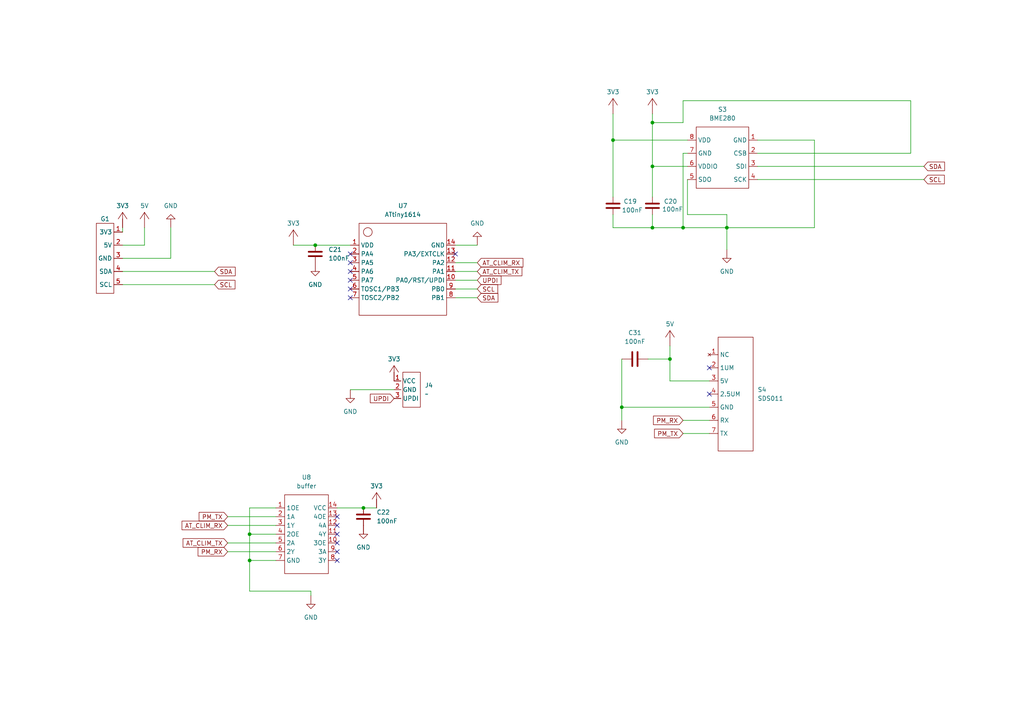
<source format=kicad_sch>
(kicad_sch (version 20250114) (generator "eeschema") (generator_version "9.0")
  (paper "A4")
  (lib_symbols
    (symbol "Device:C" (pin_numbers (hide yes)) (pin_names (offset 0.254))
      (property "Reference" "C" (at 0.635 2.54 0))
      (property "Value" "C" (at 0.635 -2.54 0))
      (symbol "C_0_1"
        (polyline (pts (xy -2.032 0.762) (xy 2.032 0.762)) (stroke (width 0.508)))
        (polyline (pts (xy -2.032 -0.762) (xy 2.032 -0.762)) (stroke (width 0.508)))
      )
      (symbol "C_1_1"
        (pin passive line (at 0 3.81 270) (length 2.794) (name "~") (number "1"))
        (pin passive line (at 0 -3.81 90) (length 2.794) (name "~") (number "2"))
      )
    )
    (symbol "air_sens_lib:ATtiny1614"
      (property "Reference" "U" (at 0 0 0))
      (symbol "ATtiny1614_0_1"
        (rectangle (start -13.97 31.75) (end 11.43 5.08))
        (circle (center -11.43 29.21) (radius 1.27))
      )
      (symbol "ATtiny1614_1_1"
        (pin power_in line (at -16.51 25.4 0) (length 2.54) (name "VDD") (number "1"))
        (pin bidirectional line (at -16.51 22.86 0) (length 2.54) (name "PA4") (number "2"))
        (pin bidirectional line (at -16.51 20.32 0) (length 2.54) (name "PA5") (number "3"))
        (pin bidirectional line (at -16.51 17.78 0) (length 2.54) (name "PA6") (number "4"))
        (pin bidirectional line (at -16.51 15.24 0) (length 2.54) (name "PA7") (number "5"))
        (pin bidirectional line (at -16.51 12.7 0) (length 2.54) (name "TOSC1/PB3") (number "6"))
        (pin bidirectional line (at -16.51 10.16 0) (length 2.54) (name "TOSC2/PB2") (number "7"))
        (pin power_in line (at 13.97 25.4 180) (length 2.54) (name "GND") (number "14"))
        (pin bidirectional line (at 13.97 22.86 180) (length 2.54) (name "PA3/EXTCLK") (number "13"))
        (pin bidirectional line (at 13.97 20.32 180) (length 2.54) (name "PA2") (number "12"))
        (pin bidirectional line (at 13.97 17.78 180) (length 2.54) (name "PA1") (number "11"))
        (pin bidirectional line (at 13.97 15.24 180) (length 2.54) (name "PA0/RST/UPDI") (number "10"))
        (pin bidirectional line (at 13.97 12.7 180) (length 2.54) (name "PB0") (number "9"))
        (pin bidirectional line (at 13.97 10.16 180) (length 2.54) (name "PB1") (number "8"))
      )
    )
    (symbol "air_sens_lib:ATtiny1614_programming_header"
      (property "Reference" "J" (at 0 0 0))
      (symbol "ATtiny1614_programming_header_0_1"
        (rectangle (start 0 16.51) (end 5.08 6.35))
      )
      (symbol "ATtiny1614_programming_header_1_1"
        (pin power_in line (at -2.54 13.97 0) (length 2) (name "VCC") (number "1"))
        (pin power_in line (at -2.54 11.43 0) (length 2) (name "GND") (number "2"))
        (pin bidirectional line (at -2.54 8.89 0) (length 2) (name "UPDI") (number "3"))
      )
    )
    (symbol "air_sens_lib:BME280"
      (property "Reference" "S" (at 0 0 0))
      (symbol "BME280_0_1"
        (rectangle (start -7.62 20.32) (end 7.62 2.54))
      )
      (symbol "BME280_1_1"
        (pin power_in line (at -10.16 16.51 0) (length 2.54) (name "VDD") (number "8"))
        (pin power_in line (at -10.16 12.7 0) (length 2.54) (name "GND") (number "7"))
        (pin power_in line (at -10.16 8.89 0) (length 2.54) (name "VDDIO") (number "6"))
        (pin bidirectional line (at -10.16 5.08 0) (length 2.54) (name "SDO") (number "5"))
        (pin power_in line (at 10.16 16.51 180) (length 2.54) (name "GND") (number "1"))
        (pin input line (at 10.16 12.7 180) (length 2.54) (name "CSB") (number "2"))
        (pin bidirectional line (at 10.16 8.89 180) (length 2.54) (name "SDI") (number "3"))
        (pin input line (at 10.16 5.08 180) (length 2.54) (name "SCK") (number "4"))
      )
    )
    (symbol "air_sens_lib:SDS011"
      (property "Reference" "S" (at 0 0 0))
      (symbol "SDS011_0_1"
        (rectangle (start -10.16 13.97) (end 22.86 24.13))
      )
      (symbol "SDS011_1_1"
        (pin no_connect line (at -5.08 11.43 90) (length 2.54) (name "NC") (number "1"))
        (pin output line (at -1.27 11.43 90) (length 2.54) (name "1UM") (number "2"))
        (pin power_in line (at 2.54 11.43 90) (length 2.54) (name "5V") (number "3"))
        (pin output line (at 6.35 11.43 90) (length 2.54) (name "2.5UM") (number "4"))
        (pin power_in line (at 10.16 11.43 90) (length 2.54) (name "GND") (number "5"))
        (pin input line (at 13.97 11.43 90) (length 2.54) (name "RX") (number "6"))
        (pin output line (at 17.78 11.43 90) (length 2.54) (name "TX") (number "7"))
      )
    )
    (symbol "air_sens_lib:SN74LVC125"
      (property "Reference" "U" (at 2.286 0 0))
      (symbol "SN74LVC125_0_1"
        (rectangle (start -3.81 25.4) (end 8.89 2.54))
      )
      (symbol "SN74LVC125_1_1"
        (pin input line (at -6.35 21.59 0) (length 2.54) (name "1OE") (number "1"))
        (pin input line (at -6.35 19.05 0) (length 2.54) (name "1A") (number "2"))
        (pin output line (at -6.35 16.51 0) (length 2.54) (name "1Y") (number "3"))
        (pin input line (at -6.35 13.97 0) (length 2.54) (name "2OE") (number "4"))
        (pin input line (at -6.35 11.43 0) (length 2.54) (name "2A") (number "5"))
        (pin output line (at -6.35 8.89 0) (length 2.54) (name "2Y") (number "6"))
        (pin power_in line (at -6.35 6.35 0) (length 2.54) (name "GND") (number "7"))
        (pin power_in line (at 11.43 21.59 180) (length 2.54) (name "VCC") (number "14"))
        (pin input line (at 11.43 19.05 180) (length 2.54) (name "4OE") (number "13"))
        (pin input line (at 11.43 16.51 180) (length 2.54) (name "4A") (number "12"))
        (pin output line (at 11.43 13.97 180) (length 2.54) (name "4Y") (number "11"))
        (pin input line (at 11.43 11.43 180) (length 2.54) (name "3OE") (number "10"))
        (pin input line (at 11.43 8.89 180) (length 2.54) (name "3A") (number "9"))
        (pin output line (at 11.43 6.35 180) (length 2.54) (name "3Y") (number "8"))
      )
    )
    (symbol "air_sens_lib:module_gpio"
      (property "Reference" "G" (at 5.842 3.048 0))
      (symbol "module_gpio_0_1"
        (rectangle (start 7.62 26.67) (end 2.54 6.35))
      )
      (symbol "module_gpio_1_1"
        (pin power_in line (at 10.16 24.13 180) (length 2.54) (name "3V3") (number "1"))
        (pin power_in line (at 10.16 20.32 180) (length 2.54) (name "5V") (number "2"))
        (pin power_in line (at 10.16 16.51 180) (length 2.54) (name "GND") (number "3"))
        (pin bidirectional line (at 10.16 12.7 180) (length 2.54) (name "SDA") (number "4"))
        (pin bidirectional line (at 10.16 8.89 180) (length 2.54) (name "SCL") (number "5"))
      )
    )
    (symbol "common:Capacitor" (pin_numbers (hide yes))
      (property "Reference" "C" (at 0 3.5 0))
      (property "Value" "F" (at 0 -4 0))
      (symbol "Capacitor_1_1"
        (polyline (pts (xy -0.635 1.905) (xy -0.635 -1.905)) (stroke (width 0.5)))
        (polyline (pts (xy 0.635 1.905) (xy 0.635 -1.905)) (stroke (width 0.5)))
        (pin passive line (at -2.54 0 0) (length 1.9) (name "~") (number "1"))
        (pin passive line (at 2.54 0 180) (length 1.9) (name "~") (number "2"))
      )
    )
    (symbol "pwr:+3.3V" (power) (pin_numbers (hide yes)) (in_bom no) (on_board no)
      (property "Value" "3V3" (at 0 3 0))
      (symbol "+3.3V_0_1"
        (polyline (pts (xy 0 1.905) (xy -1.27 0)))
        (polyline (pts (xy 0 1.905) (xy 1.27 0)))
        (polyline (pts (xy 0 0) (xy 0 1.905)))
      )
      (symbol "+3.3V_1_1"
        (pin power_in line (at 0 -2.54 90) (length 2.54) (name "~") (number "1"))
      )
    )
    (symbol "pwr:+5V" (power) (pin_numbers (hide yes)) (in_bom no) (on_board no)
      (property "Value" "5V" (at 0 3 0))
      (symbol "+5V_0_1"
        (polyline (pts (xy 0 1.905) (xy -1.27 0)))
        (polyline (pts (xy 0 1.905) (xy 1.27 0)))
        (polyline (pts (xy 0 0) (xy 0 1.905)))
      )
      (symbol "+5V_1_1"
        (pin power_in line (at 0 -2.54 90) (length 2.54) (name "~") (number "1"))
      )
    )
    (symbol "pwr:GND" (power) (pin_numbers (hide yes)) (in_bom no) (on_board no)
      (property "Value" "GND" (at 0 -2.5 0))
      (symbol "GND_0_1"
        (polyline (pts (xy 0 0) (xy 1.27 0) (xy 0 -1.27) (xy -1.27 0) (xy 0 0)))
      )
      (symbol "GND_1_1"
        (pin power_in line (at 0 2.54 270) (length 2.54) (name "~") (number "1"))
      )
    )
  )
  (junction (at 189.23 66.04))
  (junction (at 72.39 154.94))
  (junction (at 189.23 35.56))
  (junction (at 177.8 40.64))
  (junction (at 210.82 66.04))
  (junction (at 189.23 48.26))
  (junction (at 91.44 71.12))
  (junction (at 72.39 162.56))
  (junction (at 198.12 66.04))
  (junction (at 180.34 118.11))
  (junction (at 105.41 147.32))
  (junction (at 194.31 104.14))
  (no_connect (at 97.79 152.4))
  (no_connect (at 101.6 73.66))
  (no_connect (at 97.79 160.02))
  (no_connect (at 101.6 81.28))
  (no_connect (at 101.6 86.36))
  (no_connect (at 101.6 76.2))
  (no_connect (at 101.6 78.74))
  (no_connect (at 97.79 149.86))
  (no_connect (at 97.79 162.56))
  (no_connect (at 97.79 157.48))
  (no_connect (at 101.6 83.82))
  (no_connect (at 132.08 73.66))
  (no_connect (at 97.79 154.94))
  (no_connect (at 205.74 106.68))
  (no_connect (at 205.74 114.3))
  (wire (pts (xy 97.79 147.32) (xy 105.41 147.32)))
  (wire (pts (xy 35.56 71.12) (xy 41.91 71.12)))
  (wire (pts (xy 72.39 162.56) (xy 80.01 162.56)))
  (wire (pts (xy 132.08 71.12) (xy 138.43 71.12)))
  (wire (pts (xy 177.8 66.04) (xy 189.23 66.04)))
  (wire (pts (xy 199.39 44.45) (xy 198.12 44.45)))
  (wire (pts (xy 236.22 66.04) (xy 210.82 66.04)))
  (wire (pts (xy 35.56 74.93) (xy 49.53 74.93)))
  (wire (pts (xy 264.16 44.45) (xy 264.16 29.21)))
  (wire (pts (xy 105.41 147.32) (xy 109.22 147.32)))
  (wire (pts (xy 199.39 52.07) (xy 199.39 62.23)))
  (wire (pts (xy 35.56 78.74) (xy 62.23 78.74)))
  (wire (pts (xy 198.12 66.04) (xy 210.82 66.04)))
  (wire (pts (xy 49.53 74.93) (xy 49.53 66.04)))
  (wire (pts (xy 189.23 62.23) (xy 189.23 66.04)))
  (wire (pts (xy 66.04 149.86) (xy 80.01 149.86)))
  (wire (pts (xy 132.08 78.74) (xy 138.43 78.74)))
  (wire (pts (xy 189.23 48.26) (xy 199.39 48.26)))
  (wire (pts (xy 41.91 71.12) (xy 41.91 66.04)))
  (wire (pts (xy 72.39 147.32) (xy 72.39 154.94)))
  (wire (pts (xy 210.82 72.39) (xy 210.82 66.04)))
  (wire (pts (xy 219.71 44.45) (xy 264.16 44.45)))
  (wire (pts (xy 205.74 118.11) (xy 180.34 118.11)))
  (wire (pts (xy 35.56 82.55) (xy 62.23 82.55)))
  (wire (pts (xy 198.12 121.92) (xy 205.74 121.92)))
  (wire (pts (xy 35.56 66.04) (xy 35.56 67.31)))
  (wire (pts (xy 91.44 71.12) (xy 101.6 71.12)))
  (wire (pts (xy 72.39 162.56) (xy 72.39 171.45)))
  (wire (pts (xy 236.22 40.64) (xy 236.22 66.04)))
  (wire (pts (xy 189.23 48.26) (xy 189.23 57.15)))
  (wire (pts (xy 219.71 48.26) (xy 267.97 48.26)))
  (wire (pts (xy 198.12 29.21) (xy 198.12 35.56)))
  (wire (pts (xy 189.23 33.02) (xy 189.23 35.56)))
  (wire (pts (xy 187.96 104.14) (xy 194.31 104.14)))
  (wire (pts (xy 189.23 35.56) (xy 189.23 48.26)))
  (wire (pts (xy 198.12 125.73) (xy 205.74 125.73)))
  (wire (pts (xy 72.39 154.94) (xy 80.01 154.94)))
  (wire (pts (xy 219.71 52.07) (xy 267.97 52.07)))
  (wire (pts (xy 264.16 29.21) (xy 198.12 29.21)))
  (wire (pts (xy 132.08 83.82) (xy 138.43 83.82)))
  (wire (pts (xy 189.23 66.04) (xy 198.12 66.04)))
  (wire (pts (xy 177.8 40.64) (xy 177.8 57.15)))
  (wire (pts (xy 219.71 40.64) (xy 236.22 40.64)))
  (wire (pts (xy 198.12 35.56) (xy 189.23 35.56)))
  (wire (pts (xy 101.6 113.03) (xy 114.3 113.03)))
  (wire (pts (xy 199.39 62.23) (xy 210.82 62.23)))
  (wire (pts (xy 180.34 118.11) (xy 180.34 121.92)))
  (wire (pts (xy 132.08 86.36) (xy 138.43 86.36)))
  (wire (pts (xy 85.09 71.12) (xy 91.44 71.12)))
  (wire (pts (xy 72.39 171.45) (xy 90.17 171.45)))
  (wire (pts (xy 177.8 62.23) (xy 177.8 66.04)))
  (wire (pts (xy 66.04 152.4) (xy 80.01 152.4)))
  (wire (pts (xy 138.43 81.28) (xy 132.08 81.28)))
  (wire (pts (xy 210.82 62.23) (xy 210.82 66.04)))
  (wire (pts (xy 66.04 160.02) (xy 80.01 160.02)))
  (wire (pts (xy 80.01 147.32) (xy 72.39 147.32)))
  (wire (pts (xy 180.34 104.14) (xy 180.34 118.11)))
  (wire (pts (xy 72.39 154.94) (xy 72.39 162.56)))
  (wire (pts (xy 198.12 44.45) (xy 198.12 66.04)))
  (wire (pts (xy 194.31 110.49) (xy 205.74 110.49)))
  (wire (pts (xy 90.17 171.45) (xy 90.17 172.72)))
  (wire (pts (xy 66.04 157.48) (xy 80.01 157.48)))
  (wire (pts (xy 177.8 40.64) (xy 177.8 33.02)))
  (wire (pts (xy 132.08 76.2) (xy 138.43 76.2)))
  (wire (pts (xy 194.31 104.14) (xy 194.31 110.49)))
  (wire (pts (xy 199.39 40.64) (xy 177.8 40.64)))
  (wire (pts (xy 194.31 100.33) (xy 194.31 104.14)))
  (global_label "SDA" (shape input) (at 267.97 48.26 0) (property "Intersheetrefs" "${INTERSHEET_REFS}" (effects (hide yes))))
  (global_label "SDA" (shape input) (at 62.23 78.74 0) (property "Intersheetrefs" "${INTERSHEET_REFS}" (effects (hide yes))))
  (global_label "UPDI" (shape input) (at 114.3 115.57 180) (property "Intersheetrefs" "${INTERSHEET_REFS}" (effects (hide yes))))
  (global_label "SCL" (shape input) (at 62.23 82.55 0) (property "Intersheetrefs" "${INTERSHEET_REFS}" (effects (hide yes))))
  (global_label "AT_CLIM_RX" (shape input) (at 138.43 76.2 0) (property "Intersheetrefs" "${INTERSHEET_REFS}" (effects (hide yes))))
  (global_label "PM_RX" (shape input) (at 198.12 121.92 180) (property "Intersheetrefs" "${INTERSHEET_REFS}" (effects (hide yes))))
  (global_label "SCL" (shape input) (at 138.43 83.82 0) (property "Intersheetrefs" "${INTERSHEET_REFS}" (effects (hide yes))))
  (global_label "AT_CLIM_TX" (shape input) (at 138.43 78.74 0) (property "Intersheetrefs" "${INTERSHEET_REFS}" (effects (hide yes))))
  (global_label "UPDI" (shape input) (at 138.43 81.28 0) (property "Intersheetrefs" "${INTERSHEET_REFS}" (effects (hide yes))))
  (global_label "PM_TX" (shape input) (at 198.12 125.73 180) (property "Intersheetrefs" "${INTERSHEET_REFS}" (effects (hide yes))))
  (global_label "SDA" (shape input) (at 138.43 86.36 0) (property "Intersheetrefs" "${INTERSHEET_REFS}" (effects (hide yes))))
  (global_label "PM_TX" (shape input) (at 66.04 149.86 180) (property "Intersheetrefs" "${INTERSHEET_REFS}" (effects (hide yes))))
  (global_label "AT_CLIM_RX" (shape input) (at 66.04 152.4 180) (property "Intersheetrefs" "${INTERSHEET_REFS}" (effects (hide yes))))
  (global_label "AT_CLIM_TX" (shape input) (at 66.04 157.48 180) (property "Intersheetrefs" "${INTERSHEET_REFS}" (effects (hide yes))))
  (global_label "PM_RX" (shape input) (at 66.04 160.02 180) (property "Intersheetrefs" "${INTERSHEET_REFS}" (effects (hide yes))))
  (global_label "SCL" (shape input) (at 267.97 52.07 0) (property "Intersheetrefs" "${INTERSHEET_REFS}" (effects (hide yes))))
  (symbol (lib_id "pwr:+3.3V") (at 109.22 144.78 0) (unit 1) (in_bom no) (on_board no)
    (property "Reference" "#3V011" (effects (hide yes)))
    (property "Value" "3V3" (at 109.22 140.97 0))
    (property "Description" "+3.3V" (effects (hide yes)))
  )
  (symbol (lib_id "air_sens_lib:ATtiny1614_programming_header") (at 116.84 124.46 0) (unit 1)
    (property "Reference" "J4" (at 123.19 111.7599 0) (effects (justify left)))
    (property "Value" "~" (at 123.19 114.2999 0) (effects (justify left)))
    (property "Footprint" "air_sens_foots:ATtiny_Programming_Header" (effects (hide yes)))
  )
  (symbol (lib_id "common:Capacitor") (at 189.23 59.69 90) (unit 1)
    (property "Reference" "C20" (at 192.532 58.42 90) (effects (justify right)))
    (property "Value" "100nF" (at 192.024 60.706 90) (effects (justify right)))
    (property "Footprint" "common:C_0603" (effects (hide yes)))
    (property "Description" "Unpolarized Capacitor" (effects (hide yes)))
  )
  (symbol (lib_id "common:Capacitor") (at 177.8 59.69 270) (unit 1)
    (property "Reference" "C19" (at 180.848 58.42 90) (effects (justify left)))
    (property "Value" "100nF" (at 180.34 60.96 90) (effects (justify left)))
    (property "Footprint" "common:C_0603" (effects (hide yes)))
    (property "Description" "Unpolarized Capacitor" (effects (hide yes)))
  )
  (symbol (lib_id "pwr:+3.3V") (at 177.8 30.48 0) (unit 1) (in_bom no) (on_board no)
    (property "Reference" "#3V010" (effects (hide yes)))
    (property "Value" "3V3" (at 177.8 26.67 0))
    (property "Description" "+3.3V" (effects (hide yes)))
  )
  (symbol (lib_id "pwr:GND") (at 105.41 154.94 0) (unit 1) (in_bom no) (on_board no)
    (property "Reference" "#GND038" (effects (hide yes)))
    (property "Value" "GND" (at 105.41 158.75 0))
    (property "Description" "Ground" (effects (hide yes)))
  )
  (symbol (lib_id "pwr:+3.3V") (at 85.09 68.58 0) (unit 1) (in_bom no) (on_board no)
    (property "Reference" "#3V07" (effects (hide yes)))
    (property "Value" "3V3" (at 85.09 64.77 0))
    (property "Description" "+3.3V" (effects (hide yes)))
  )
  (symbol (lib_id "pwr:GND") (at 210.82 74.93 0) (unit 1) (in_bom no) (on_board no)
    (property "Reference" "#GND011" (effects (hide yes)))
    (property "Value" "GND" (at 210.82 78.74 0))
    (property "Description" "Ground" (effects (hide yes)))
  )
  (symbol (lib_id "pwr:GND") (at 91.44 78.74 0) (unit 1) (in_bom no) (on_board no)
    (property "Reference" "#GND037" (effects (hide yes)))
    (property "Value" "GND" (at 91.44 82.55 0))
    (property "Description" "Ground" (effects (hide yes)))
  )
  (symbol (lib_id "pwr:GND") (at 180.34 124.46 0) (unit 1) (in_bom no) (on_board no)
    (property "Reference" "#GND032" (effects (hide yes)))
    (property "Value" "GND" (at 180.34 128.27 0))
    (property "Description" "Ground" (effects (hide yes)))
  )
  (symbol (lib_id "pwr:+3.3V") (at 189.23 30.48 0) (unit 1) (in_bom no) (on_board no)
    (property "Reference" "#3V09" (effects (hide yes)))
    (property "Value" "3V3" (at 189.23 26.67 0))
    (property "Description" "+3.3V" (effects (hide yes)))
  )
  (symbol (lib_id "pwr:+5V") (at 41.91 63.5 0) (unit 1) (in_bom no) (on_board no)
    (property "Reference" "#5V07" (effects (hide yes)))
    (property "Value" "5V" (at 41.91 59.69 0))
    (property "Description" "+5V" (effects (hide yes)))
  )
  (symbol (lib_id "pwr:+3.3V") (at 35.56 63.5 0) (unit 1) (in_bom no) (on_board no)
    (property "Reference" "#3V06" (effects (hide yes)))
    (property "Value" "3V3" (at 35.56 59.69 0))
    (property "Description" "+3.3V" (effects (hide yes)))
  )
  (symbol (lib_id "common:Capacitor") (at 105.41 149.86 90) (unit 1)
    (property "Reference" "C22" (at 109.22 148.5899 90) (effects (justify right)))
    (property "Value" "100nF" (at 109.22 151.1299 90) (effects (justify right)))
    (property "Footprint" "common:C_0603" (effects (hide yes)))
    (property "Description" "Unpolarized Capacitor" (effects (hide yes)))
  )
  (symbol (lib_id "Device:C") (at 184.15 104.14 90) (unit 1)
    (property "Reference" "C31" (at 184.15 96.52 90))
    (property "Value" "100nF" (at 184.15 99.06 90))
    (property "Footprint" "common:C_0603" (effects (hide yes)))
    (property "Description" "Unpolarized capacitor" (effects (hide yes)))
  )
  (symbol (lib_id "air_sens_lib:SN74LVC125") (at 86.36 168.91 0) (unit 1)
    (property "Reference" "U8" (at 88.9 138.43 0))
    (property "Value" "buffer" (at 88.9 140.97 0))
    (property "Footprint" "air_sens_foots:SN74LVC125" (effects (hide yes)))
  )
  (symbol (lib_id "pwr:GND") (at 101.6 115.57 0) (unit 1) (in_bom no) (on_board no)
    (property "Reference" "#GND09" (effects (hide yes)))
    (property "Value" "GND" (at 101.6 119.38 0))
    (property "Description" "Ground" (effects (hide yes)))
  )
  (symbol (lib_id "pwr:GND") (at 138.43 68.58 180) (unit 1) (in_bom no) (on_board no)
    (property "Reference" "#GND08" (effects (hide yes)))
    (property "Value" "GND" (at 138.43 64.77 0))
    (property "Description" "Ground" (effects (hide yes)))
  )
  (symbol (lib_id "air_sens_lib:BME280") (at 209.55 57.15 0) (unit 1)
    (property "Reference" "S3" (at 209.55 31.75 0))
    (property "Value" "BME280" (at 209.55 34.29 0))
    (property "Footprint" "air_sens_foots:BME280" (effects (hide yes)))
  )
  (symbol (lib_id "pwr:GND") (at 90.17 175.26 0) (unit 1) (in_bom no) (on_board no)
    (property "Reference" "#GND010" (effects (hide yes)))
    (property "Value" "GND" (at 90.17 179.07 0))
    (property "Description" "Ground" (effects (hide yes)))
  )
  (symbol (lib_id "air_sens_lib:ATtiny1614") (at 118.11 96.52 0) (unit 1)
    (property "Reference" "U7" (at 116.84 59.69 0))
    (property "Value" "ATtiny1614" (at 116.84 62.23 0))
    (property "Footprint" "air_sens_foots:ATtiny1614" (effects (hide yes)))
  )
  (symbol (lib_id "pwr:+3.3V") (at 114.3 107.95 0) (unit 1) (in_bom no) (on_board no)
    (property "Reference" "#3V08" (effects (hide yes)))
    (property "Value" "3V3" (at 114.3 104.14 0))
    (property "Description" "+3.3V" (effects (hide yes)))
  )
  (symbol (lib_id "pwr:GND") (at 49.53 63.5 180) (unit 1) (in_bom no) (on_board no)
    (property "Reference" "#GND033" (effects (hide yes)))
    (property "Value" "GND" (at 49.53 59.69 0))
    (property "Description" "Ground" (effects (hide yes)))
  )
  (symbol (lib_id "common:Capacitor") (at 91.44 73.66 90) (unit 1)
    (property "Reference" "C21" (at 95.25 72.3899 90) (effects (justify right)))
    (property "Value" "100nF" (at 95.25 74.9299 90) (effects (justify right)))
    (property "Footprint" "common:C_0603" (effects (hide yes)))
    (property "Description" "Unpolarized Capacitor" (effects (hide yes)))
  )
  (symbol (lib_id "pwr:+5V") (at 194.31 97.79 0) (unit 1) (in_bom no) (on_board no)
    (property "Reference" "#5V08" (effects (hide yes)))
    (property "Value" "5V" (at 194.31 93.98 0))
    (property "Description" "+5V" (effects (hide yes)))
  )
  (symbol (lib_id "air_sens_lib:module_gpio") (at 25.4 91.44 0) (unit 1)
    (property "Reference" "G1" (at 30.48 63.5 0))
    (property "Footprint" "air_sens_foots:GPIO_HEADER" (effects (hide yes)))
  )
  (symbol (lib_id "air_sens_lib:SDS011") (at 194.31 107.95 270) (unit 1)
    (property "Reference" "S4" (at 219.71 113.0299 90) (effects (justify left)))
    (property "Value" "SDS011" (at 219.71 115.5699 90) (effects (justify left)))
    (property "Footprint" "air_sens_foots:SDS011" (effects (hide yes)))
  )
)
</source>
